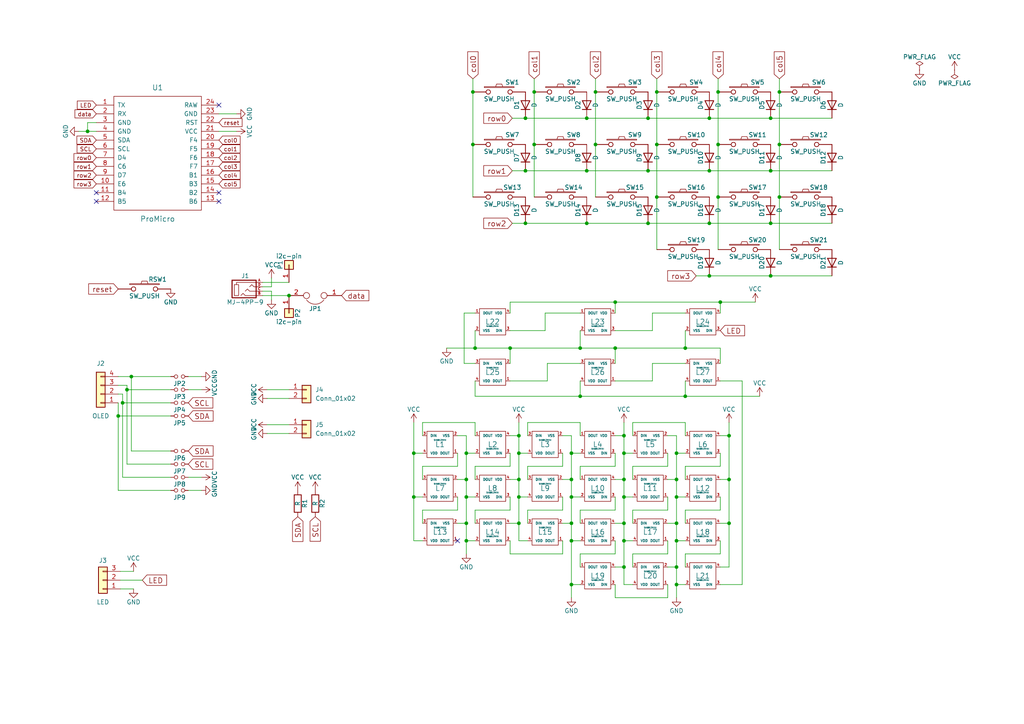
<source format=kicad_sch>
(kicad_sch (version 20230121) (generator eeschema)
  (paper "A4")
  (title_block (title "Corne Chocolate") (date "2018-11-16") (rev "2.0") (company "foostan"))
  (junction (at 205.74 34.29))
  (junction (at 165.735 144.145))
  (junction (at 120.015 144.145))
  (junction (at 170.18 64.77))
  (junction (at 205.74 80.01))
  (junction (at 226.06 26.67))
  (junction (at 196.215 169.545))
  (junction (at 211.455 139.065))
  (junction (at 36.83 113.03))
  (junction (at 172.72 26.67))
  (junction (at 25.4 38.1))
  (junction (at 208.28 26.67))
  (junction (at 154.94 41.91))
  (junction (at 198.755 114.935))
  (junction (at 198.755 100.965))
  (junction (at 211.455 151.765))
  (junction (at 152.4 34.29))
  (junction (at 35.56 116.84))
  (junction (at 196.215 131.445))
  (junction (at 180.975 144.145))
  (junction (at 165.735 169.545))
  (junction (at 150.495 144.145))
  (junction (at 196.215 151.765))
  (junction (at 178.435 87.63))
  (junction (at 208.28 57.15))
  (junction (at 180.975 139.065))
  (junction (at 152.4 64.77))
  (junction (at 165.735 139.065))
  (junction (at 135.255 151.765))
  (junction (at 150.495 139.065))
  (junction (at 120.015 131.445))
  (junction (at 135.255 144.145))
  (junction (at 150.495 151.765))
  (junction (at 135.255 156.845))
  (junction (at 208.28 41.91))
  (junction (at 168.275 100.965))
  (junction (at 137.16 41.91))
  (junction (at 187.96 49.53))
  (junction (at 226.06 57.15))
  (junction (at 180.975 156.845))
  (junction (at 135.255 139.065))
  (junction (at 196.215 164.465))
  (junction (at 187.96 34.29))
  (junction (at 190.5 26.67))
  (junction (at 165.735 131.445))
  (junction (at 190.5 57.15))
  (junction (at 211.455 126.365))
  (junction (at 137.16 26.67))
  (junction (at 147.955 100.965))
  (junction (at 152.4 49.53))
  (junction (at 196.215 156.845))
  (junction (at 168.275 114.935))
  (junction (at 180.975 131.445))
  (junction (at 34.29 120.65))
  (junction (at 165.735 151.765))
  (junction (at 223.52 49.53))
  (junction (at 165.735 156.845))
  (junction (at 196.215 139.065))
  (junction (at 223.52 80.01))
  (junction (at 170.18 49.53))
  (junction (at 223.52 34.29))
  (junction (at 38.1 109.22))
  (junction (at 180.975 151.765))
  (junction (at 205.74 64.77))
  (junction (at 137.795 100.965))
  (junction (at 154.94 26.67))
  (junction (at 187.96 64.77))
  (junction (at 170.18 34.29))
  (junction (at 196.215 144.145))
  (junction (at 226.06 41.91))
  (junction (at 150.495 131.445))
  (junction (at 208.915 87.63))
  (junction (at 223.52 64.77))
  (junction (at 190.5 41.91))
  (junction (at 180.975 126.365))
  (junction (at 135.255 131.445))
  (junction (at 83.82 85.725))
  (junction (at 178.435 100.965))
  (junction (at 205.74 49.53))
  (junction (at 150.495 126.365))
  (junction (at 180.975 164.465))
  (junction (at 172.72 41.91))
  (no_connect (at 27.94 55.88))
  (no_connect (at 63.5 30.48))
  (no_connect (at 132.715 156.845))
  (no_connect (at 27.94 58.42))
  (no_connect (at 63.5 58.42))
  (no_connect (at 63.5 55.88))
  (wire (pts (xy 190.5 41.91) (xy 190.5 57.15)))
  (wire (pts (xy 183.515 151.765) (xy 183.515 147.955)))
  (wire (pts (xy 208.915 151.765) (xy 211.455 151.765)))
  (wire (pts (xy 153.035 151.765) (xy 153.035 147.955)))
  (wire (pts (xy 183.515 122.555) (xy 183.515 126.365)))
  (wire (pts (xy 27.94 35.56) (xy 25.4 35.56)))
  (wire (pts (xy 34.29 109.22) (xy 38.1 109.22)))
  (wire (pts (xy 193.675 164.465) (xy 196.215 164.465)))
  (wire (pts (xy 49.53 116.84) (xy 35.56 116.84)))
  (wire (pts (xy 208.915 110.49) (xy 215.265 110.49)))
  (wire (pts (xy 168.275 156.845) (xy 165.735 156.845)))
  (wire (pts (xy 196.215 151.765) (xy 196.215 156.845)))
  (wire (pts (xy 137.16 26.67) (xy 137.16 41.91)))
  (wire (pts (xy 187.96 34.29) (xy 205.74 34.29)))
  (wire (pts (xy 208.915 135.255) (xy 208.915 131.445)))
  (wire (pts (xy 196.215 139.065) (xy 196.215 144.145)))
  (wire (pts (xy 54.61 138.43) (xy 58.42 138.43)))
  (wire (pts (xy 205.74 80.01) (xy 223.52 80.01)))
  (wire (pts (xy 226.06 57.15) (xy 226.06 72.39)))
  (wire (pts (xy 137.795 114.935) (xy 168.275 114.935)))
  (wire (pts (xy 134.62 105.41) (xy 137.795 105.41)))
  (wire (pts (xy 198.755 122.555) (xy 183.515 122.555)))
  (wire (pts (xy 153.035 147.955) (xy 163.195 147.955)))
  (wire (pts (xy 180.975 144.145) (xy 183.515 144.145)))
  (wire (pts (xy 77.47 125.73) (xy 83.82 125.73)))
  (wire (pts (xy 153.035 135.255) (xy 163.195 135.255)))
  (wire (pts (xy 170.18 64.77) (xy 187.96 64.77)))
  (wire (pts (xy 137.16 41.91) (xy 137.16 57.15)))
  (wire (pts (xy 147.955 87.63) (xy 178.435 87.63)))
  (wire (pts (xy 226.06 41.91) (xy 226.06 57.15)))
  (wire (pts (xy 132.715 147.955) (xy 132.715 144.145)))
  (wire (pts (xy 180.975 164.465) (xy 180.975 169.545)))
  (wire (pts (xy 178.435 87.63) (xy 208.915 87.63)))
  (wire (pts (xy 154.94 22.86) (xy 154.94 26.67)))
  (wire (pts (xy 178.435 151.765) (xy 180.975 151.765)))
  (wire (pts (xy 168.275 147.955) (xy 178.435 147.955)))
  (wire (pts (xy 54.61 113.03) (xy 58.42 113.03)))
  (wire (pts (xy 180.975 151.765) (xy 180.975 156.845)))
  (wire (pts (xy 49.53 120.65) (xy 34.29 120.65)))
  (wire (pts (xy 147.955 147.955) (xy 147.955 144.145)))
  (wire (pts (xy 63.5 33.02) (xy 68.58 33.02)))
  (wire (pts (xy 147.955 135.255) (xy 147.955 131.445)))
  (wire (pts (xy 180.975 156.845) (xy 180.975 164.465)))
  (wire (pts (xy 193.675 139.065) (xy 196.215 139.065)))
  (wire (pts (xy 147.955 151.765) (xy 150.495 151.765)))
  (wire (pts (xy 211.455 151.765) (xy 211.455 164.465)))
  (wire (pts (xy 208.915 126.365) (xy 211.455 126.365)))
  (wire (pts (xy 215.265 110.49) (xy 215.265 169.545)))
  (wire (pts (xy 168.275 100.965) (xy 178.435 100.965)))
  (wire (pts (xy 208.915 147.955) (xy 208.915 144.145)))
  (wire (pts (xy 147.955 126.365) (xy 150.495 126.365)))
  (wire (pts (xy 211.455 139.065) (xy 211.455 151.765)))
  (wire (pts (xy 63.5 38.1) (xy 68.58 38.1)))
  (wire (pts (xy 223.52 34.29) (xy 241.3 34.29)))
  (wire (pts (xy 180.975 122.555) (xy 180.975 126.365)))
  (wire (pts (xy 193.675 151.765) (xy 196.215 151.765)))
  (wire (pts (xy 36.83 111.76) (xy 36.83 113.03)))
  (wire (pts (xy 54.61 109.22) (xy 58.42 109.22)))
  (wire (pts (xy 193.675 173.355) (xy 178.435 173.355)))
  (wire (pts (xy 198.755 156.845) (xy 196.215 156.845)))
  (wire (pts (xy 180.975 156.845) (xy 183.515 156.845)))
  (wire (pts (xy 180.975 126.365) (xy 180.975 131.445)))
  (wire (pts (xy 189.23 105.41) (xy 198.755 105.41)))
  (wire (pts (xy 208.28 41.91) (xy 208.28 57.15)))
  (wire (pts (xy 223.52 64.77) (xy 241.3 64.77)))
  (wire (pts (xy 76.2 84.455) (xy 78.74 84.455)))
  (wire (pts (xy 34.29 114.3) (xy 35.56 114.3)))
  (wire (pts (xy 148.59 49.53) (xy 152.4 49.53)))
  (wire (pts (xy 120.015 131.445) (xy 120.015 144.145)))
  (wire (pts (xy 120.015 122.555) (xy 120.015 131.445)))
  (wire (pts (xy 178.435 147.955) (xy 178.435 144.145)))
  (wire (pts (xy 35.56 114.3) (xy 35.56 116.84)))
  (wire (pts (xy 183.515 164.465) (xy 183.515 160.655)))
  (wire (pts (xy 154.94 41.91) (xy 154.94 57.15)))
  (wire (pts (xy 198.755 135.255) (xy 208.915 135.255)))
  (wire (pts (xy 132.715 139.065) (xy 135.255 139.065)))
  (wire (pts (xy 198.755 126.365) (xy 198.755 122.555)))
  (wire (pts (xy 168.275 169.545) (xy 165.735 169.545)))
  (wire (pts (xy 178.435 164.465) (xy 180.975 164.465)))
  (wire (pts (xy 208.28 22.86) (xy 208.28 26.67)))
  (wire (pts (xy 168.275 131.445) (xy 165.735 131.445)))
  (wire (pts (xy 223.52 80.01) (xy 241.3 80.01)))
  (wire (pts (xy 187.96 64.77) (xy 205.74 64.77)))
  (wire (pts (xy 178.435 105.41) (xy 178.435 100.965)))
  (wire (pts (xy 190.5 57.15) (xy 190.5 72.39)))
  (wire (pts (xy 137.795 135.255) (xy 147.955 135.255)))
  (wire (pts (xy 76.2 83.185) (xy 78.74 83.185)))
  (wire (pts (xy 36.83 113.03) (xy 36.83 134.62)))
  (wire (pts (xy 76.2 81.915) (xy 83.82 81.915)))
  (wire (pts (xy 223.52 49.53) (xy 241.3 49.53)))
  (wire (pts (xy 193.675 169.545) (xy 193.675 173.355)))
  (wire (pts (xy 180.975 144.145) (xy 180.975 151.765)))
  (wire (pts (xy 163.195 139.065) (xy 165.735 139.065)))
  (wire (pts (xy 189.23 110.49) (xy 189.23 105.41)))
  (wire (pts (xy 147.955 90.805) (xy 147.955 87.63)))
  (wire (pts (xy 77.47 113.03) (xy 83.82 113.03)))
  (wire (pts (xy 150.495 156.845) (xy 153.035 156.845)))
  (wire (pts (xy 38.1 109.22) (xy 38.1 130.81)))
  (wire (pts (xy 137.795 151.765) (xy 137.795 147.955)))
  (wire (pts (xy 198.755 139.065) (xy 198.755 135.255)))
  (wire (pts (xy 198.755 131.445) (xy 196.215 131.445)))
  (wire (pts (xy 190.5 26.67) (xy 190.5 41.91)))
  (wire (pts (xy 172.72 22.86) (xy 172.72 26.67)))
  (wire (pts (xy 178.435 160.655) (xy 178.435 156.845)))
  (wire (pts (xy 183.515 139.065) (xy 183.515 135.255)))
  (wire (pts (xy 170.18 49.53) (xy 187.96 49.53)))
  (wire (pts (xy 158.75 105.41) (xy 168.275 105.41)))
  (wire (pts (xy 198.755 144.145) (xy 196.215 144.145)))
  (wire (pts (xy 226.06 22.86) (xy 226.06 26.67)))
  (wire (pts (xy 208.915 87.63) (xy 219.075 87.63)))
  (wire (pts (xy 135.255 151.765) (xy 135.255 156.845)))
  (wire (pts (xy 147.955 100.965) (xy 168.275 100.965)))
  (wire (pts (xy 196.215 131.445) (xy 196.215 139.065)))
  (wire (pts (xy 178.435 90.805) (xy 178.435 87.63)))
  (wire (pts (xy 153.035 144.145) (xy 150.495 144.145)))
  (wire (pts (xy 147.955 105.41) (xy 147.955 100.965)))
  (wire (pts (xy 180.975 139.065) (xy 180.975 144.145)))
  (wire (pts (xy 211.455 164.465) (xy 208.915 164.465)))
  (wire (pts (xy 178.435 135.255) (xy 178.435 131.445)))
  (wire (pts (xy 208.915 139.065) (xy 211.455 139.065)))
  (wire (pts (xy 208.915 100.965) (xy 208.915 105.41)))
  (wire (pts (xy 135.255 139.065) (xy 135.255 144.145)))
  (wire (pts (xy 165.735 126.365) (xy 165.735 131.445)))
  (wire (pts (xy 178.435 139.065) (xy 180.975 139.065)))
  (wire (pts (xy 180.975 131.445) (xy 180.975 139.065)))
  (wire (pts (xy 154.94 26.67) (xy 154.94 41.91)))
  (wire (pts (xy 137.795 147.955) (xy 147.955 147.955)))
  (wire (pts (xy 198.755 114.935) (xy 220.345 114.935)))
  (wire (pts (xy 187.96 49.53) (xy 205.74 49.53)))
  (wire (pts (xy 150.495 139.065) (xy 150.495 144.145)))
  (wire (pts (xy 137.795 139.065) (xy 137.795 135.255)))
  (wire (pts (xy 193.675 126.365) (xy 196.215 126.365)))
  (wire (pts (xy 34.29 116.84) (xy 34.29 120.65)))
  (wire (pts (xy 168.275 139.065) (xy 168.275 135.255)))
  (wire (pts (xy 163.195 156.845) (xy 163.195 160.655)))
  (wire (pts (xy 205.74 49.53) (xy 223.52 49.53)))
  (wire (pts (xy 38.1 109.22) (xy 49.53 109.22)))
  (wire (pts (xy 25.4 35.56) (xy 25.4 38.1)))
  (wire (pts (xy 137.795 110.49) (xy 137.795 114.935)))
  (wire (pts (xy 196.215 126.365) (xy 196.215 131.445)))
  (wire (pts (xy 208.915 160.655) (xy 208.915 156.845)))
  (wire (pts (xy 183.515 147.955) (xy 193.675 147.955)))
  (wire (pts (xy 150.495 144.145) (xy 150.495 151.765)))
  (wire (pts (xy 158.75 110.49) (xy 158.75 105.41)))
  (wire (pts (xy 201.93 80.01) (xy 205.74 80.01)))
  (wire (pts (xy 122.555 139.065) (xy 122.555 135.255)))
  (wire (pts (xy 135.255 131.445) (xy 135.255 139.065)))
  (wire (pts (xy 165.735 151.765) (xy 165.735 156.845)))
  (wire (pts (xy 158.115 90.805) (xy 158.115 95.885)))
  (wire (pts (xy 120.015 156.845) (xy 122.555 156.845)))
  (wire (pts (xy 135.255 126.365) (xy 135.255 131.445)))
  (wire (pts (xy 196.215 144.145) (xy 196.215 151.765)))
  (wire (pts (xy 215.265 169.545) (xy 208.915 169.545)))
  (wire (pts (xy 178.435 126.365) (xy 180.975 126.365)))
  (wire (pts (xy 190.5 22.86) (xy 190.5 26.67)))
  (wire (pts (xy 211.455 122.555) (xy 211.455 126.365)))
  (wire (pts (xy 208.28 57.15) (xy 208.28 72.39)))
  (wire (pts (xy 148.59 64.77) (xy 152.4 64.77)))
  (wire (pts (xy 168.275 126.365) (xy 168.275 122.555)))
  (wire (pts (xy 129.54 100.965) (xy 137.795 100.965)))
  (wire (pts (xy 198.755 90.805) (xy 189.23 90.805)))
  (wire (pts (xy 165.735 156.845) (xy 165.735 169.545)))
  (wire (pts (xy 137.795 100.965) (xy 147.955 100.965)))
  (wire (pts (xy 163.195 135.255) (xy 163.195 131.445)))
  (wire (pts (xy 120.015 144.145) (xy 120.015 156.845)))
  (wire (pts (xy 226.06 26.67) (xy 226.06 41.91)))
  (wire (pts (xy 183.515 160.655) (xy 193.675 160.655)))
  (wire (pts (xy 137.795 122.555) (xy 122.555 122.555)))
  (wire (pts (xy 168.275 135.255) (xy 178.435 135.255)))
  (wire (pts (xy 168.275 160.655) (xy 178.435 160.655)))
  (wire (pts (xy 170.18 34.29) (xy 187.96 34.29)))
  (wire (pts (xy 137.795 131.445) (xy 135.255 131.445)))
  (wire (pts (xy 165.735 131.445) (xy 165.735 139.065)))
  (wire (pts (xy 34.925 165.735) (xy 38.735 165.735)))
  (wire (pts (xy 77.47 115.57) (xy 83.82 115.57)))
  (wire (pts (xy 198.755 164.465) (xy 198.755 160.655)))
  (wire (pts (xy 172.72 41.91) (xy 172.72 57.15)))
  (wire (pts (xy 178.435 173.355) (xy 178.435 169.545)))
  (wire (pts (xy 153.035 131.445) (xy 150.495 131.445)))
  (wire (pts (xy 163.195 151.765) (xy 165.735 151.765)))
  (wire (pts (xy 76.2 85.725) (xy 83.82 85.725)))
  (wire (pts (xy 172.72 26.67) (xy 172.72 41.91)))
  (wire (pts (xy 77.47 123.19) (xy 83.82 123.19)))
  (wire (pts (xy 193.675 147.955) (xy 193.675 144.145)))
  (wire (pts (xy 168.275 164.465) (xy 168.275 160.655)))
  (wire (pts (xy 196.215 164.465) (xy 196.215 169.545)))
  (wire (pts (xy 158.115 95.885) (xy 147.955 95.885)))
  (wire (pts (xy 165.735 169.545) (xy 165.735 173.355)))
  (wire (pts (xy 196.215 169.545) (xy 196.215 173.355)))
  (wire (pts (xy 178.435 110.49) (xy 189.23 110.49)))
  (wire (pts (xy 150.495 151.765) (xy 150.495 156.845)))
  (wire (pts (xy 122.555 122.555) (xy 122.555 126.365)))
  (wire (pts (xy 49.53 113.03) (xy 36.83 113.03)))
  (wire (pts (xy 198.755 169.545) (xy 196.215 169.545)))
  (wire (pts (xy 165.735 139.065) (xy 165.735 144.145)))
  (wire (pts (xy 168.275 95.885) (xy 168.275 100.965)))
  (wire (pts (xy 198.755 151.765) (xy 198.755 147.955)))
  (wire (pts (xy 34.29 111.76) (xy 36.83 111.76)))
  (wire (pts (xy 205.74 64.77) (xy 223.52 64.77)))
  (wire (pts (xy 153.035 139.065) (xy 153.035 135.255)))
  (wire (pts (xy 152.4 34.29) (xy 170.18 34.29)))
  (wire (pts (xy 196.215 156.845) (xy 196.215 164.465)))
  (wire (pts (xy 178.435 100.965) (xy 198.755 100.965)))
  (wire (pts (xy 122.555 147.955) (xy 132.715 147.955)))
  (wire (pts (xy 137.795 90.805) (xy 134.62 90.805)))
  (wire (pts (xy 78.74 84.455) (xy 78.74 86.995)))
  (wire (pts (xy 150.495 126.365) (xy 150.495 131.445)))
  (wire (pts (xy 168.275 151.765) (xy 168.275 147.955)))
  (wire (pts (xy 34.29 142.24) (xy 49.53 142.24)))
  (wire (pts (xy 122.555 135.255) (xy 132.715 135.255)))
  (wire (pts (xy 22.86 38.1) (xy 25.4 38.1)))
  (wire (pts (xy 168.275 90.805) (xy 158.115 90.805)))
  (wire (pts (xy 135.255 144.145) (xy 135.255 151.765)))
  (wire (pts (xy 38.1 130.81) (xy 49.53 130.81)))
  (wire (pts (xy 148.59 34.29) (xy 152.4 34.29)))
  (wire (pts (xy 153.035 122.555) (xy 153.035 126.365)))
  (wire (pts (xy 163.195 147.955) (xy 163.195 144.145)))
  (wire (pts (xy 132.715 126.365) (xy 135.255 126.365)))
  (wire (pts (xy 152.4 49.53) (xy 170.18 49.53)))
  (wire (pts (xy 150.495 122.555) (xy 150.495 126.365)))
  (wire (pts (xy 168.275 110.49) (xy 168.275 114.935)))
  (wire (pts (xy 208.28 26.67) (xy 208.28 41.91)))
  (wire (pts (xy 180.975 131.445) (xy 183.515 131.445)))
  (wire (pts (xy 137.795 156.845) (xy 135.255 156.845)))
  (wire (pts (xy 208.915 90.805) (xy 208.915 87.63)))
  (wire (pts (xy 34.29 120.65) (xy 34.29 142.24)))
  (wire (pts (xy 54.61 142.24) (xy 58.42 142.24)))
  (wire (pts (xy 189.23 95.885) (xy 178.435 95.885)))
  (wire (pts (xy 137.795 144.145) (xy 135.255 144.145)))
  (wire (pts (xy 168.275 114.935) (xy 198.755 114.935)))
  (wire (pts (xy 137.16 22.86) (xy 137.16 26.67)))
  (wire (pts (xy 122.555 151.765) (xy 122.555 147.955)))
  (wire (pts (xy 135.255 156.845) (xy 135.255 160.655)))
  (wire (pts (xy 147.955 160.655) (xy 147.955 156.845)))
  (wire (pts (xy 34.925 168.275) (xy 41.275 168.275)))
  (wire (pts (xy 165.735 144.145) (xy 165.735 151.765)))
  (wire (pts (xy 198.755 147.955) (xy 208.915 147.955)))
  (wire (pts (xy 147.955 110.49) (xy 158.75 110.49)))
  (wire (pts (xy 193.675 135.255) (xy 193.675 131.445)))
  (wire (pts (xy 78.74 83.185) (xy 78.74 80.645)))
  (wire (pts (xy 137.795 95.885) (xy 137.795 100.965)))
  (wire (pts (xy 163.195 126.365) (xy 165.735 126.365)))
  (wire (pts (xy 150.495 131.445) (xy 150.495 139.065)))
  (wire (pts (xy 25.4 38.1) (xy 27.94 38.1)))
  (wire (pts (xy 122.555 144.145) (xy 120.015 144.145)))
  (wire (pts (xy 137.795 126.365) (xy 137.795 122.555)))
  (wire (pts (xy 205.74 34.29) (xy 223.52 34.29)))
  (wire (pts (xy 198.755 110.49) (xy 198.755 114.935)))
  (wire (pts (xy 198.755 95.885) (xy 198.755 100.965)))
  (wire (pts (xy 36.83 134.62) (xy 49.53 134.62)))
  (wire (pts (xy 183.515 135.255) (xy 193.675 135.255)))
  (wire (pts (xy 132.715 135.255) (xy 132.715 131.445)))
  (wire (pts (xy 198.755 100.965) (xy 208.915 100.965)))
  (wire (pts (xy 132.715 151.765) (xy 135.255 151.765)))
  (wire (pts (xy 134.62 90.805) (xy 134.62 105.41)))
  (wire (pts (xy 193.675 160.655) (xy 193.675 156.845)))
  (wire (pts (xy 163.195 160.655) (xy 147.955 160.655)))
  (wire (pts (xy 152.4 64.77) (xy 170.18 64.77)))
  (wire (pts (xy 168.275 122.555) (xy 153.035 122.555)))
  (wire (pts (xy 198.755 160.655) (xy 208.915 160.655)))
  (wire (pts (xy 147.955 139.065) (xy 150.495 139.065)))
  (wire (pts (xy 35.56 116.84) (xy 35.56 138.43)))
  (wire (pts (xy 211.455 126.365) (xy 211.455 139.065)))
  (wire (pts (xy 168.275 144.145) (xy 165.735 144.145)))
  (wire (pts (xy 34.925 170.815) (xy 38.735 170.815)))
  (wire (pts (xy 35.56 138.43) (xy 49.53 138.43)))
  (wire (pts (xy 189.23 90.805) (xy 189.23 95.885)))
  (wire (pts (xy 122.555 131.445) (xy 120.015 131.445)))
  (wire (pts (xy 180.975 169.545) (xy 183.515 169.545)))
  (global_label "row2" (shape input) (at 148.59 64.77 180) (effects (font (size 1.524 1.524))) (property "Intersheetrefs" "${INTERSHEET_REFS}" (effects hide)))
  (global_label "col5" (shape input) (at 63.5 53.34 0) (effects (font (size 1.1938 1.1938))) (property "Intersheetrefs" "${INTERSHEET_REFS}" (effects hide)))
  (global_label "SCL" (shape input) (at 91.44 149.86 270) (effects (font (size 1.524 1.524))) (property "Intersheetrefs" "${INTERSHEET_REFS}" (effects hide)))
  (global_label "data" (shape input) (at 27.94 33.02 180) (effects (font (size 1.1938 1.1938))) (property "Intersheetrefs" "${INTERSHEET_REFS}" (effects hide)))
  (global_label "row0" (shape input) (at 148.59 34.29 180) (effects (font (size 1.524 1.524))) (property "Intersheetrefs" "${INTERSHEET_REFS}" (effects hide)))
  (global_label "SDA" (shape input) (at 54.61 130.81 0) (effects (font (size 1.524 1.524))) (property "Intersheetrefs" "${INTERSHEET_REFS}" (effects hide)))
  (global_label "col4" (shape input) (at 208.28 22.86 90) (effects (font (size 1.524 1.524))) (property "Intersheetrefs" "${INTERSHEET_REFS}" (effects hide)))
  (global_label "SDA" (shape input) (at 54.61 120.65 0) (effects (font (size 1.524 1.524))) (property "Intersheetrefs" "${INTERSHEET_REFS}" (effects hide)))
  (global_label "col2" (shape input) (at 172.72 22.86 90) (effects (font (size 1.524 1.524))) (property "Intersheetrefs" "${INTERSHEET_REFS}" (effects hide)))
  (global_label "data" (shape input) (at 99.06 85.725 0) (effects (font (size 1.524 1.524))) (property "Intersheetrefs" "${INTERSHEET_REFS}" (effects hide)))
  (global_label "col5" (shape input) (at 226.06 22.86 90) (effects (font (size 1.524 1.524))) (property "Intersheetrefs" "${INTERSHEET_REFS}" (effects hide)))
  (global_label "reset" (shape input) (at 34.29 83.82 180) (effects (font (size 1.524 1.524))) (property "Intersheetrefs" "${INTERSHEET_REFS}" (effects hide)))
  (global_label "row2" (shape input) (at 27.94 50.8 180) (effects (font (size 1.1938 1.1938))) (property "Intersheetrefs" "${INTERSHEET_REFS}" (effects hide)))
  (global_label "col4" (shape input) (at 63.5 50.8 0) (effects (font (size 1.1938 1.1938))) (property "Intersheetrefs" "${INTERSHEET_REFS}" (effects hide)))
  (global_label "row3" (shape input) (at 27.94 53.34 180) (effects (font (size 1.1938 1.1938))) (property "Intersheetrefs" "${INTERSHEET_REFS}" (effects hide)))
  (global_label "row3" (shape input) (at 201.93 80.01 180) (effects (font (size 1.524 1.524))) (property "Intersheetrefs" "${INTERSHEET_REFS}" (effects hide)))
  (global_label "LED" (shape input) (at 27.94 30.48 180) (effects (font (size 1.1938 1.1938))) (property "Intersheetrefs" "${INTERSHEET_REFS}" (effects hide)))
  (global_label "SDA" (shape input) (at 86.36 149.86 270) (effects (font (size 1.524 1.524))) (property "Intersheetrefs" "${INTERSHEET_REFS}" (effects hide)))
  (global_label "col1" (shape input) (at 154.94 22.86 90) (effects (font (size 1.524 1.524))) (property "Intersheetrefs" "${INTERSHEET_REFS}" (effects hide)))
  (global_label "SCL" (shape input) (at 27.94 43.18 180) (effects (font (size 1.1938 1.1938))) (property "Intersheetrefs" "${INTERSHEET_REFS}" (effects hide)))
  (global_label "col0" (shape input) (at 137.16 22.86 90) (effects (font (size 1.524 1.524))) (property "Intersheetrefs" "${INTERSHEET_REFS}" (effects hide)))
  (global_label "SCL" (shape input) (at 54.61 116.84 0) (effects (font (size 1.524 1.524))) (property "Intersheetrefs" "${INTERSHEET_REFS}" (effects hide)))
  (global_label "col1" (shape input) (at 63.5 43.18 0) (effects (font (size 1.1938 1.1938))) (property "Intersheetrefs" "${INTERSHEET_REFS}" (effects hide)))
  (global_label "SCL" (shape input) (at 54.61 134.62 0) (effects (font (size 1.524 1.524))) (property "Intersheetrefs" "${INTERSHEET_REFS}" (effects hide)))
  (global_label "row1" (shape input) (at 148.59 49.53 180) (effects (font (size 1.524 1.524))) (property "Intersheetrefs" "${INTERSHEET_REFS}" (effects hide)))
  (global_label "reset" (shape input) (at 63.5 35.56 0) (effects (font (size 1.1938 1.1938))) (property "Intersheetrefs" "${INTERSHEET_REFS}" (effects hide)))
  (global_label "col3" (shape input) (at 63.5 48.26 0) (effects (font (size 1.1938 1.1938))) (property "Intersheetrefs" "${INTERSHEET_REFS}" (effects hide)))
  (global_label "col2" (shape input) (at 63.5 45.72 0) (effects (font (size 1.1938 1.1938))) (property "Intersheetrefs" "${INTERSHEET_REFS}" (effects hide)))
  (global_label "LED" (shape input) (at 208.915 95.885 0) (effects (font (size 1.524 1.524))) (property "Intersheetrefs" "${INTERSHEET_REFS}" (effects hide)))
  (global_label "col0" (shape input) (at 63.5 40.64 0) (effects (font (size 1.1938 1.1938))) (property "Intersheetrefs" "${INTERSHEET_REFS}" (effects hide)))
  (global_label "LED" (shape input) (at 41.275 168.275 0) (effects (font (size 1.524 1.524))) (property "Intersheetrefs" "${INTERSHEET_REFS}" (effects hide)))
  (global_label "SDA" (shape input) (at 27.94 40.64 180) (effects (font (size 1.1938 1.1938))) (property "Intersheetrefs" "${INTERSHEET_REFS}" (effects hide)))
  (global_label "row1" (shape input) (at 27.94 48.26 180) (effects (font (size 1.1938 1.1938))) (property "Intersheetrefs" "${INTERSHEET_REFS}" (effects hide)))
  (global_label "row0" (shape input) (at 27.94 45.72 180) (effects (font (size 1.1938 1.1938))) (property "Intersheetrefs" "${INTERSHEET_REFS}" (effects hide)))
  (global_label "col3" (shape input) (at 190.5 22.86 90) (effects (font (size 1.524 1.524))) (property "Intersheetrefs" "${INTERSHEET_REFS}" (effects hide)))
  (symbol (lib_id "corne-chocolate-rescue:ProMicro-kbd") (at 45.72 49.53 0) (unit 1)
    (property "Reference" "U1" (at 45.72 25.4 0) (effects (font (size 1.524 1.524))))
    (property "Value" "ProMicro" (at 45.72 63.5 0) (effects (font (size 1.524 1.524))))
    (property "Footprint" "kbd:ProMicro_v2" (effects hide))
  )
  (symbol (lib_id "corne-chocolate-rescue:SW_PUSH-kbd") (at 162.56 26.67 0) (unit 1)
    (property "Reference" "SW2" (at 166.37 23.876 0))
    (property "Value" "SW_PUSH" (at 162.56 28.702 0))
    (property "Footprint" "kbd:MX_ALPS_PG1350_noLed" (effects hide))
  )
  (symbol (lib_id "Device:D") (at 170.18 30.48 90) (unit 1)
    (property "Reference" "D2" (at 167.64 30.48 0))
    (property "Value" "D" (at 172.72 30.48 0))
    (property "Footprint" "kbd:D3_TH_SMD" (effects hide))
  )
  (symbol (lib_id "corne-chocolate-rescue:SW_PUSH-kbd") (at 180.34 26.67 0) (unit 1)
    (property "Reference" "SW3" (at 184.15 23.876 0))
    (property "Value" "SW_PUSH" (at 180.34 28.702 0))
    (property "Footprint" "kbd:MX_ALPS_PG1350_noLed" (effects hide))
  )
  (symbol (lib_id "Device:D") (at 187.96 30.48 90) (unit 1)
    (property "Reference" "D3" (at 185.42 30.48 0))
    (property "Value" "D" (at 190.5 30.48 0))
    (property "Footprint" "kbd:D3_TH_SMD" (effects hide))
  )
  (symbol (lib_id "corne-chocolate-rescue:SW_PUSH-kbd") (at 198.12 26.67 0) (unit 1)
    (property "Reference" "SW4" (at 201.93 23.876 0))
    (property "Value" "SW_PUSH" (at 198.12 28.702 0))
    (property "Footprint" "kbd:MX_ALPS_PG1350_noLed" (effects hide))
  )
  (symbol (lib_id "corne-chocolate-rescue:SW_PUSH-kbd") (at 215.9 26.67 0) (unit 1)
    (property "Reference" "SW5" (at 219.71 23.876 0))
    (property "Value" "SW_PUSH" (at 215.9 28.702 0))
    (property "Footprint" "kbd:MX_ALPS_PG1350_noLed" (effects hide))
  )
  (symbol (lib_id "corne-chocolate-rescue:SW_PUSH-kbd") (at 233.68 26.67 0) (unit 1)
    (property "Reference" "SW6" (at 237.49 23.876 0))
    (property "Value" "SW_PUSH" (at 233.68 28.702 0))
    (property "Footprint" "kbd:MX_ALPS_PG1350_noLed" (effects hide))
  )
  (symbol (lib_id "Device:D") (at 205.74 30.48 90) (unit 1)
    (property "Reference" "D4" (at 203.2 30.48 0))
    (property "Value" "D" (at 208.28 30.48 0))
    (property "Footprint" "kbd:D3_TH_SMD" (effects hide))
  )
  (symbol (lib_id "Device:D") (at 223.52 30.48 90) (unit 1)
    (property "Reference" "D5" (at 220.98 30.48 0))
    (property "Value" "D" (at 226.06 30.48 0))
    (property "Footprint" "kbd:D3_TH_SMD" (effects hide))
  )
  (symbol (lib_id "Device:D") (at 241.3 30.48 90) (unit 1)
    (property "Reference" "D6" (at 238.76 30.48 0))
    (property "Value" "D" (at 243.84 30.48 0))
    (property "Footprint" "kbd:D3_TH_SMD" (effects hide))
  )
  (symbol (lib_id "corne-chocolate-rescue:SW_PUSH-kbd") (at 144.78 26.67 0) (unit 1)
    (property "Reference" "SW1" (at 148.59 23.876 0))
    (property "Value" "SW_PUSH" (at 144.78 28.702 0))
    (property "Footprint" "kbd:MX_ALPS_PG1350_noLed" (effects hide))
  )
  (symbol (lib_id "Device:D") (at 152.4 30.48 90) (unit 1)
    (property "Reference" "D1" (at 149.86 30.48 0))
    (property "Value" "D" (at 154.94 30.48 0))
    (property "Footprint" "kbd:D3_TH_SMD" (effects hide))
  )
  (symbol (lib_id "corne-chocolate-rescue:SW_PUSH-kbd") (at 162.56 41.91 0) (unit 1)
    (property "Reference" "SW8" (at 166.37 39.116 0))
    (property "Value" "SW_PUSH" (at 162.56 43.942 0))
    (property "Footprint" "kbd:MX_ALPS_PG1350_noLed" (effects hide))
  )
  (symbol (lib_id "Device:D") (at 170.18 45.72 90) (unit 1)
    (property "Reference" "D8" (at 167.64 45.72 0))
    (property "Value" "D" (at 172.72 45.72 0))
    (property "Footprint" "kbd:D3_TH_SMD" (effects hide))
  )
  (symbol (lib_id "corne-chocolate-rescue:SW_PUSH-kbd") (at 180.34 41.91 0) (unit 1)
    (property "Reference" "SW9" (at 184.15 39.116 0))
    (property "Value" "SW_PUSH" (at 180.34 43.942 0))
    (property "Footprint" "kbd:MX_ALPS_PG1350_noLed" (effects hide))
  )
  (symbol (lib_id "Device:D") (at 187.96 45.72 90) (unit 1)
    (property "Reference" "D9" (at 185.42 45.72 0))
    (property "Value" "D" (at 190.5 45.72 0))
    (property "Footprint" "kbd:D3_TH_SMD" (effects hide))
  )
  (symbol (lib_id "corne-chocolate-rescue:SW_PUSH-kbd") (at 198.12 41.91 0) (unit 1)
    (property "Reference" "SW10" (at 201.93 39.116 0))
    (property "Value" "SW_PUSH" (at 198.12 43.942 0))
    (property "Footprint" "kbd:MX_ALPS_PG1350_noLed" (effects hide))
  )
  (symbol (lib_id "corne-chocolate-rescue:SW_PUSH-kbd") (at 215.9 41.91 0) (unit 1)
    (property "Reference" "SW11" (at 219.71 39.116 0))
    (property "Value" "SW_PUSH" (at 215.9 43.942 0))
    (property "Footprint" "kbd:MX_ALPS_PG1350_noLed" (effects hide))
  )
  (symbol (lib_id "corne-chocolate-rescue:SW_PUSH-kbd") (at 233.68 41.91 0) (unit 1)
    (property "Reference" "SW12" (at 237.49 39.116 0))
    (property "Value" "SW_PUSH" (at 233.68 43.942 0))
    (property "Footprint" "kbd:MX_ALPS_PG1350_noLed" (effects hide))
  )
  (symbol (lib_id "Device:D") (at 205.74 45.72 90) (unit 1)
    (property "Reference" "D10" (at 203.2 45.72 0))
    (property "Value" "D" (at 208.28 45.72 0))
    (property "Footprint" "kbd:D3_TH_SMD" (effects hide))
  )
  (symbol (lib_id "Device:D") (at 223.52 45.72 90) (unit 1)
    (property "Reference" "D11" (at 220.98 45.72 0))
    (property "Value" "D" (at 226.06 45.72 0))
    (property "Footprint" "kbd:D3_TH_SMD" (effects hide))
  )
  (symbol (lib_id "Device:D") (at 241.3 45.72 90) (unit 1)
    (property "Reference" "D12" (at 238.76 45.72 0))
    (property "Value" "D" (at 243.84 45.72 0))
    (property "Footprint" "kbd:D3_TH_SMD" (effects hide))
  )
  (symbol (lib_id "corne-chocolate-rescue:SW_PUSH-kbd") (at 144.78 41.91 0) (unit 1)
    (property "Reference" "SW7" (at 148.59 39.116 0))
    (property "Value" "SW_PUSH" (at 144.78 43.942 0))
    (property "Footprint" "kbd:MX_ALPS_PG1350_noLed" (effects hide))
  )
  (symbol (lib_id "Device:D") (at 152.4 45.72 90) (unit 1)
    (property "Reference" "D7" (at 149.86 45.72 0))
    (property "Value" "D" (at 154.94 45.72 0))
    (property "Footprint" "kbd:D3_TH_SMD" (effects hide))
  )
  (symbol (lib_id "corne-chocolate-rescue:SW_PUSH-kbd") (at 162.56 57.15 0) (unit 1)
    (property "Reference" "SW14" (at 166.37 54.356 0))
    (property "Value" "SW_PUSH" (at 162.56 59.182 0))
    (property "Footprint" "kbd:MX_ALPS_PG1350_noLed" (effects hide))
  )
  (symbol (lib_id "Device:D") (at 170.18 60.96 90) (unit 1)
    (property "Reference" "D14" (at 167.64 60.96 0))
    (property "Value" "D" (at 172.72 60.96 0))
    (property "Footprint" "kbd:D3_TH_SMD" (effects hide))
  )
  (symbol (lib_id "corne-chocolate-rescue:SW_PUSH-kbd") (at 180.34 57.15 0) (unit 1)
    (property "Reference" "SW15" (at 184.15 54.356 0))
    (property "Value" "SW_PUSH" (at 180.34 59.182 0))
    (property "Footprint" "kbd:MX_ALPS_PG1350_noLed" (effects hide))
  )
  (symbol (lib_id "Device:D") (at 187.96 60.96 90) (unit 1)
    (property "Reference" "D15" (at 185.42 60.96 0))
    (property "Value" "D" (at 190.5 60.96 0))
    (property "Footprint" "kbd:D3_TH_SMD" (effects hide))
  )
  (symbol (lib_id "corne-chocolate-rescue:SW_PUSH-kbd") (at 198.12 57.15 0) (unit 1)
    (property "Reference" "SW16" (at 201.93 54.356 0))
    (property "Value" "SW_PUSH" (at 198.12 59.182 0))
    (property "Footprint" "kbd:MX_ALPS_PG1350_noLed" (effects hide))
  )
  (symbol (lib_id "corne-chocolate-rescue:SW_PUSH-kbd") (at 215.9 57.15 0) (unit 1)
    (property "Reference" "SW17" (at 219.71 54.356 0))
    (property "Value" "SW_PUSH" (at 215.9 59.182 0))
    (property "Footprint" "kbd:MX_ALPS_PG1350_noLed" (effects hide))
  )
  (symbol (lib_id "corne-chocolate-rescue:SW_PUSH-kbd") (at 233.68 57.15 0) (unit 1)
    (property "Reference" "SW18" (at 237.49 54.356 0))
    (property "Value" "SW_PUSH" (at 233.68 59.182 0))
    (property "Footprint" "kbd:MX_ALPS_PG1350_noLed" (effects hide))
  )
  (symbol (lib_id "Device:D") (at 205.74 60.96 90) (unit 1)
    (property "Reference" "D16" (at 203.2 60.96 0))
    (property "Value" "D" (at 208.28 60.96 0))
    (property "Footprint" "kbd:D3_TH_SMD" (effects hide))
  )
  (symbol (lib_id "Device:D") (at 223.52 60.96 90) (unit 1)
    (property "Reference" "D17" (at 220.98 60.96 0))
    (property "Value" "D" (at 226.06 60.96 0))
    (property "Footprint" "kbd:D3_TH_SMD" (effects hide))
  )
  (symbol (lib_id "Device:D") (at 241.3 60.96 90) (unit 1)
    (property "Reference" "D18" (at 238.76 60.96 0))
    (property "Value" "D" (at 243.84 60.96 0))
    (property "Footprint" "kbd:D3_TH_SMD" (effects hide))
  )
  (symbol (lib_id "corne-chocolate-rescue:SW_PUSH-kbd") (at 144.78 57.15 0) (unit 1)
    (property "Reference" "SW13" (at 148.59 54.356 0))
    (property "Value" "SW_PUSH" (at 144.78 59.182 0))
    (property "Footprint" "kbd:MX_ALPS_PG1350_noLed" (effects hide))
  )
  (symbol (lib_id "Device:D") (at 152.4 60.96 90) (unit 1)
    (property "Reference" "D13" (at 149.86 60.96 0))
    (property "Value" "D" (at 154.94 60.96 0))
    (property "Footprint" "kbd:D3_TH_SMD" (effects hide))
  )
  (symbol (lib_id "corne-chocolate-rescue:SW_PUSH-kbd") (at 215.9 72.39 0) (unit 1)
    (property "Reference" "SW20" (at 219.71 69.596 0))
    (property "Value" "SW_PUSH" (at 215.9 74.422 0))
    (property "Footprint" "kbd:MX_ALPS_PG1350_noLed" (effects hide))
  )
  (symbol (lib_id "Device:D") (at 223.52 76.2 90) (unit 1)
    (property "Reference" "D20" (at 220.98 76.2 0))
    (property "Value" "D" (at 226.06 76.2 0))
    (property "Footprint" "kbd:D3_TH_SMD" (effects hide))
  )
  (symbol (lib_id "corne-chocolate-rescue:SW_PUSH-kbd") (at 233.68 72.39 0) (unit 1)
    (property "Reference" "SW21" (at 237.49 69.596 0))
    (property "Value" "SW_PUSH" (at 233.68 74.422 0))
    (property "Footprint" "kbd:MX_ALPS_PG1350_noLed_1.75u" (effects hide))
  )
  (symbol (lib_id "Device:D") (at 241.3 76.2 90) (unit 1)
    (property "Reference" "D21" (at 238.76 76.2 0))
    (property "Value" "D" (at 243.84 76.2 0))
    (property "Footprint" "kbd:D3_TH_SMD" (effects hide))
  )
  (symbol (lib_id "corne-chocolate-rescue:SW_PUSH-kbd") (at 198.12 72.39 0) (unit 1)
    (property "Reference" "SW19" (at 201.93 69.596 0))
    (property "Value" "SW_PUSH" (at 198.12 74.422 0))
    (property "Footprint" "kbd:MX_ALPS_PG1350_noLed" (effects hide))
  )
  (symbol (lib_id "Device:D") (at 205.74 76.2 90) (unit 1)
    (property "Reference" "D19" (at 203.2 76.2 0))
    (property "Value" "D" (at 208.28 76.2 0))
    (property "Footprint" "kbd:D3_TH_SMD" (effects hide))
  )
  (symbol (lib_id "power:GND") (at 68.58 33.02 90) (unit 1)
    (property "Reference" "#PWR01" (effects hide))
    (property "Value" "GND" (at 72.39 33.02 0))
  )
  (symbol (lib_id "power:VCC") (at 68.58 38.1 270) (unit 1)
    (property "Reference" "#PWR023" (effects hide))
    (property "Value" "VCC" (at 72.39 38.1 0))
  )
  (symbol (lib_id "power:GND") (at 22.86 38.1 270) (unit 1)
    (property "Reference" "#PWR02" (effects hide))
    (property "Value" "GND" (at 19.05 38.1 0))
  )
  (symbol (lib_id "power:GND") (at 266.7 20.32 0) (unit 1)
    (property "Reference" "#PWR03" (effects hide))
    (property "Value" "GND" (at 266.7 24.13 0))
  )
  (symbol (lib_id "power:VCC") (at 276.86 20.32 0) (unit 1)
    (property "Reference" "#PWR04" (effects hide))
    (property "Value" "VCC" (at 276.86 16.51 0))
  )
  (symbol (lib_id "power:PWR_FLAG") (at 276.86 20.32 180) (unit 1)
    (property "Reference" "#FLG05" (effects hide))
    (property "Value" "PWR_FLAG" (at 276.86 24.13 0))
  )
  (symbol (lib_id "power:PWR_FLAG") (at 266.7 20.32 0) (unit 1)
    (property "Reference" "#FLG06" (effects hide))
    (property "Value" "PWR_FLAG" (at 266.7 16.51 0))
  )
  (symbol (lib_id "corne-chocolate-rescue:SW_PUSH-kbd") (at 41.91 83.82 0) (unit 1)
    (property "Reference" "RSW1" (at 45.72 81.026 0))
    (property "Value" "SW_PUSH" (at 41.91 85.852 0))
    (property "Footprint" "kbd:ResetSW" (effects hide))
  )
  (symbol (lib_id "power:GND") (at 49.53 83.82 0) (unit 1)
    (property "Reference" "#PWR07" (effects hide))
    (property "Value" "GND" (at 49.53 87.63 0))
  )
  (symbol (lib_id "corne-chocolate-rescue:Jumper-Device") (at 91.44 85.725 180) (unit 1)
    (property "Reference" "JP1" (at 91.44 89.535 0))
    (property "Value" " " (at 91.44 83.693 0))
    (property "Footprint" "kbd:JPC2" (effects hide))
  )
  (symbol (lib_id "power:VCC") (at 78.74 80.645 0) (unit 1)
    (property "Reference" "#PWR08" (effects hide))
    (property "Value" "VCC" (at 78.74 76.835 0))
  )
  (symbol (lib_id "power:GND") (at 78.74 86.995 0) (unit 1)
    (property "Reference" "#PWR09" (effects hide))
    (property "Value" "GND" (at 78.74 90.805 0))
  )
  (symbol (lib_id "corne-chocolate-rescue:SK6812MINI-kbd") (at 142.875 128.905 0) (unit 1)
    (property "Reference" "L2" (at 142.875 128.905 0) (effects (font (size 1.4986 1.4986))))
    (property "Value" "SK6812MINI" (at 142.875 130.175 0) (effects (font (size 0.4064 0.4064))))
    (property "Footprint" "kbd:SK6812MINI_rev" (effects hide))
  )
  (symbol (lib_id "corne-chocolate-rescue:SK6812MINI-kbd") (at 158.115 128.905 180) (unit 1)
    (property "Reference" "L3" (at 158.115 128.905 0) (effects (font (size 1.4986 1.4986))))
    (property "Value" "SK6812MINI" (at 158.115 127.635 0) (effects (font (size 0.4064 0.4064))))
    (property "Footprint" "kbd:SK6812MINI_rev" (effects hide))
  )
  (symbol (lib_id "corne-chocolate-rescue:SK6812MINI-kbd") (at 173.355 128.905 0) (unit 1)
    (property "Reference" "L4" (at 173.355 128.905 0) (effects (font (size 1.4986 1.4986))))
    (property "Value" "SK6812MINI" (at 173.355 130.175 0) (effects (font (size 0.4064 0.4064))))
    (property "Footprint" "kbd:SK6812MINI_rev" (effects hide))
  )
  (symbol (lib_id "corne-chocolate-rescue:SK6812MINI-kbd") (at 188.595 128.905 180) (unit 1)
    (property "Reference" "L5" (at 188.595 128.905 0) (effects (font (size 1.4986 1.4986))))
    (property "Value" "SK6812MINI" (at 188.595 127.635 0) (effects (font (size 0.4064 0.4064))))
    (property "Footprint" "kbd:SK6812MINI_rev" (effects hide))
  )
  (symbol (lib_id "corne-chocolate-rescue:SK6812MINI-kbd") (at 203.835 128.905 0) (unit 1)
    (property "Reference" "L6" (at 203.835 128.905 0) (effects (font (size 1.4986 1.4986))))
    (property "Value" "SK6812MINI" (at 203.835 130.175 0) (effects (font (size 0.4064 0.4064))))
    (property "Footprint" "kbd:SK6812MINI_rev" (effects hide))
  )
  (symbol (lib_id "corne-chocolate-rescue:SK6812MINI-kbd") (at 127.635 128.905 180) (unit 1)
    (property "Reference" "L1" (at 127.635 128.905 0) (effects (font (size 1.4986 1.4986))))
    (property "Value" "SK6812MINI" (at 127.635 127.635 0) (effects (font (size 0.4064 0.4064))))
    (property "Footprint" "kbd:SK6812MINI_rev" (effects hide))
  )
  (symbol (lib_id "corne-chocolate-rescue:SK6812MINI-kbd") (at 142.875 141.605 0) (unit 1)
    (property "Reference" "L8" (at 142.875 141.605 0) (effects (font (size 1.4986 1.4986))))
    (property "Value" "SK6812MINI" (at 142.875 142.875 0) (effects (font (size 0.4064 0.4064))))
    (property "Footprint" "kbd:SK6812MINI_rev" (effects hide))
  )
  (symbol (lib_id "corne-chocolate-rescue:SK6812MINI-kbd") (at 158.115 141.605 180) (unit 1)
    (property "Reference" "L9" (at 158.115 141.605 0) (effects (font (size 1.4986 1.4986))))
    (property "Value" "SK6812MINI" (at 158.115 140.335 0) (effects (font (size 0.4064 0.4064))))
    (property "Footprint" "kbd:SK6812MINI_rev" (effects hide))
  )
  (symbol (lib_id "corne-chocolate-rescue:SK6812MINI-kbd") (at 173.355 141.605 0) (unit 1)
    (property "Reference" "L10" (at 173.355 141.605 0) (effects (font (size 1.4986 1.4986))))
    (property "Value" "SK6812MINI" (at 173.355 142.875 0) (effects (font (size 0.4064 0.4064))))
    (property "Footprint" "kbd:SK6812MINI_rev" (effects hide))
  )
  (symbol (lib_id "corne-chocolate-rescue:SK6812MINI-kbd") (at 188.595 141.605 180) (unit 1)
    (property "Reference" "L11" (at 188.595 141.605 0) (effects (font (size 1.4986 1.4986))))
    (property "Value" "SK6812MINI" (at 188.595 140.335 0) (effects (font (size 0.4064 0.4064))))
    (property "Footprint" "kbd:SK6812MINI_rev" (effects hide))
  )
  (symbol (lib_id "corne-chocolate-rescue:SK6812MINI-kbd") (at 203.835 141.605 0) (unit 1)
    (property "Reference" "L12" (at 203.835 141.605 0) (effects (font (size 1.4986 1.4986))))
    (property "Value" "SK6812MINI" (at 203.835 142.875 0) (effects (font (size 0.4064 0.4064))))
    (property "Footprint" "kbd:SK6812MINI_rev" (effects hide))
  )
  (symbol (lib_id "corne-chocolate-rescue:SK6812MINI-kbd") (at 127.635 141.605 180) (unit 1)
    (property "Reference" "L7" (at 127.635 141.605 0) (effects (font (size 1.4986 1.4986))))
    (property "Value" "SK6812MINI" (at 127.635 140.335 0) (effects (font (size 0.4064 0.4064))))
    (property "Footprint" "kbd:SK6812MINI_rev" (effects hide))
  )
  (symbol (lib_id "corne-chocolate-rescue:SK6812MINI-kbd") (at 142.875 154.305 0) (unit 1)
    (property "Reference" "L14" (at 142.875 154.305 0) (effects (font (size 1.4986 1.4986))))
    (property "Value" "SK6812MINI" (at 142.875 155.575 0) (effects (font (size 0.4064 0.4064))))
    (property "Footprint" "kbd:SK6812MINI_rev" (effects hide))
  )
  (symbol (lib_id "corne-chocolate-rescue:SK6812MINI-kbd") (at 158.115 154.305 180) (unit 1)
    (property "Reference" "L15" (at 158.115 154.305 0) (effects (font (size 1.4986 1.4986))))
    (property "Value" "SK6812MINI" (at 158.115 153.035 0) (effects (font (size 0.4064 0.4064))))
    (property "Footprint" "kbd:SK6812MINI_rev" (effects hide))
  )
  (symbol (lib_id "corne-chocolate-rescue:SK6812MINI-kbd") (at 173.355 154.305 0) (unit 1)
    (property "Reference" "L16" (at 173.355 154.305 0) (effects (font (size 1.4986 1.4986))))
    (property "Value" "SK6812MINI" (at 173.355 155.575 0) (effects (font (size 0.4064 0.4064))))
    (property "Footprint" "kbd:SK6812MINI_rev" (effects hide))
  )
  (symbol (lib_id "corne-chocolate-rescue:SK6812MINI-kbd") (at 188.595 154.305 180) (unit 1)
    (property "Reference" "L17" (at 188.595 154.305 0) (effects (font (size 1.4986 1.4986))))
    (property "Value" "SK6812MINI" (at 188.595 153.035 0) (effects (font (size 0.4064 0.4064))))
    (property "Footprint" "kbd:SK6812MINI_rev" (effects hide))
  )
  (symbol (lib_id "corne-chocolate-rescue:SK6812MINI-kbd") (at 203.835 154.305 0) (unit 1)
    (property "Reference" "L18" (at 203.835 154.305 0) (effects (font (size 1.4986 1.4986))))
    (property "Value" "SK6812MINI" (at 203.835 155.575 0) (effects (font (size 0.4064 0.4064))))
    (property "Footprint" "kbd:SK6812MINI_rev" (effects hide))
  )
  (symbol (lib_id "corne-chocolate-rescue:SK6812MINI-kbd") (at 127.635 154.305 180) (unit 1)
    (property "Reference" "L13" (at 127.635 154.305 0) (effects (font (size 1.4986 1.4986))))
    (property "Value" "SK6812MINI" (at 127.635 153.035 0) (effects (font (size 0.4064 0.4064))))
    (property "Footprint" "kbd:SK6812MINI_rev" (effects hide))
  )
  (symbol (lib_id "corne-chocolate-rescue:SK6812MINI-kbd") (at 188.595 167.005 180) (unit 1)
    (property "Reference" "L20" (at 188.595 167.005 0) (effects (font (size 1.4986 1.4986))))
    (property "Value" "SK6812MINI" (at 188.595 165.735 0) (effects (font (size 0.4064 0.4064))))
    (property "Footprint" "kbd:SK6812MINI_rev" (effects hide))
  )
  (symbol (lib_id "corne-chocolate-rescue:SK6812MINI-kbd") (at 203.835 167.005 0) (unit 1)
    (property "Reference" "L21" (at 203.835 167.005 0) (effects (font (size 1.4986 1.4986))))
    (property "Value" "SK6812MINI" (at 203.835 168.275 0) (effects (font (size 0.4064 0.4064))))
    (property "Footprint" "kbd:SK6812MINI_rev" (effects hide))
  )
  (symbol (lib_id "corne-chocolate-rescue:SK6812MINI-kbd") (at 173.355 167.005 0) (unit 1)
    (property "Reference" "L19" (at 173.355 167.005 0) (effects (font (size 1.4986 1.4986))))
    (property "Value" "SK6812MINI" (at 173.355 168.275 0) (effects (font (size 0.4064 0.4064))))
    (property "Footprint" "kbd:SK6812MINI_rev" (effects hide))
  )
  (symbol (lib_id "Connector_Generic:Conn_01x04") (at 29.21 114.3 180) (unit 1)
    (property "Reference" "J2" (at 29.21 105.41 0))
    (property "Value" "OLED" (at 29.21 120.65 0))
    (property "Footprint" "kbd:OLED" (effects hide))
  )
  (symbol (lib_id "corne-chocolate-rescue:Jumper_NO_Small-Device") (at 52.07 109.22 180) (unit 1)
    (property "Reference" "JP2" (at 52.07 111.252 0))
    (property "Value" " " (at 51.816 107.696 0))
    (property "Footprint" "kbd:Jumper" (effects hide))
  )
  (symbol (lib_id "corne-chocolate-rescue:Jumper_NO_Small-Device") (at 52.07 113.03 180) (unit 1)
    (property "Reference" "JP3" (at 52.07 115.062 0))
    (property "Value" " " (at 51.816 111.506 0))
    (property "Footprint" "kbd:Jumper" (effects hide))
  )
  (symbol (lib_id "corne-chocolate-rescue:Jumper_NO_Small-Device") (at 52.07 116.84 180) (unit 1)
    (property "Reference" "JP4" (at 52.07 118.872 0))
    (property "Value" " " (at 51.816 115.316 0))
    (property "Footprint" "kbd:Jumper" (effects hide))
  )
  (symbol (lib_id "corne-chocolate-rescue:Jumper_NO_Small-Device") (at 52.07 120.65 180) (unit 1)
    (property "Reference" "JP5" (at 52.07 122.682 0))
    (property "Value" " " (at 51.816 119.126 0))
    (property "Footprint" "kbd:Jumper" (effects hide))
  )
  (symbol (lib_id "corne-chocolate-rescue:Jumper_NO_Small-Device") (at 52.07 130.81 180) (unit 1)
    (property "Reference" "JP6" (at 52.07 132.842 0))
    (property "Value" " " (at 51.816 129.286 0))
    (property "Footprint" "kbd:Jumper" (effects hide))
  )
  (symbol (lib_id "corne-chocolate-rescue:Jumper_NO_Small-Device") (at 52.07 134.62 180) (unit 1)
    (property "Reference" "JP7" (at 52.07 136.652 0))
    (property "Value" " " (at 51.816 133.096 0))
    (property "Footprint" "kbd:Jumper" (effects hide))
  )
  (symbol (lib_id "corne-chocolate-rescue:Jumper_NO_Small-Device") (at 52.07 138.43 180) (unit 1)
    (property "Reference" "JP8" (at 52.07 140.462 0))
    (property "Value" " " (at 51.816 136.906 0))
    (property "Footprint" "kbd:Jumper" (effects hide))
  )
  (symbol (lib_id "corne-chocolate-rescue:Jumper_NO_Small-Device") (at 52.07 142.24 180) (unit 1)
    (property "Reference" "JP9" (at 52.07 144.272 0))
    (property "Value" " " (at 51.816 140.716 0))
    (property "Footprint" "kbd:Jumper" (effects hide))
  )
  (symbol (lib_id "power:GND") (at 58.42 109.22 90) (unit 1)
    (property "Reference" "#PWR010" (effects hide))
    (property "Value" "GND" (at 62.23 109.22 0))
  )
  (symbol (lib_id "power:GND") (at 58.42 142.24 90) (unit 1)
    (property "Reference" "#PWR011" (effects hide))
    (property "Value" "GND" (at 62.23 142.24 0))
  )
  (symbol (lib_id "power:VCC") (at 58.42 113.03 270) (unit 1)
    (property "Reference" "#PWR012" (effects hide))
    (property "Value" "VCC" (at 62.23 113.03 0))
  )
  (symbol (lib_id "power:VCC") (at 58.42 138.43 270) (unit 1)
    (property "Reference" "#PWR013" (effects hide))
    (property "Value" "VCC" (at 62.23 138.43 0))
  )
  (symbol (lib_id "power:VCC") (at 211.455 122.555 0) (unit 1)
    (property "Reference" "#PWR014" (effects hide))
    (property "Value" "VCC" (at 211.455 118.745 0))
  )
  (symbol (lib_id "power:VCC") (at 180.975 122.555 0) (unit 1)
    (property "Reference" "#PWR015" (effects hide))
    (property "Value" "VCC" (at 180.975 118.745 0))
  )
  (symbol (lib_id "power:VCC") (at 150.495 122.555 0) (unit 1)
    (property "Reference" "#PWR016" (effects hide))
    (property "Value" "VCC" (at 150.495 118.745 0))
  )
  (symbol (lib_id "power:VCC") (at 120.015 122.555 0) (unit 1)
    (property "Reference" "#PWR017" (effects hide))
    (property "Value" "VCC" (at 120.015 118.745 0))
  )
  (symbol (lib_id "power:GND") (at 196.215 173.355 0) (unit 1)
    (property "Reference" "#PWR018" (effects hide))
    (property "Value" "GND" (at 196.215 177.165 0))
  )
  (symbol (lib_id "power:GND") (at 165.735 173.355 0) (unit 1)
    (property "Reference" "#PWR019" (effects hide))
    (property "Value" "GND" (at 165.735 177.165 0))
  )
  (symbol (lib_id "power:GND") (at 135.255 160.655 0) (unit 1)
    (property "Reference" "#PWR020" (effects hide))
    (property "Value" "GND" (at 135.255 164.465 0))
  )
  (symbol (lib_id "Device:R") (at 86.36 146.05 0) (unit 1)
    (property "Reference" "R1" (at 88.392 146.05 90))
    (property "Value" "R" (at 86.36 146.05 90))
    (property "Footprint" "kbd:R" (effects hide))
  )
  (symbol (lib_id "Device:R") (at 91.44 146.05 0) (unit 1)
    (property "Reference" "R2" (at 93.472 146.05 90))
    (property "Value" "R" (at 91.44 146.05 90))
    (property "Footprint" "kbd:R" (effects hide))
  )
  (symbol (lib_id "power:VCC") (at 86.36 142.24 0) (unit 1)
    (property "Reference" "#PWR021" (effects hide))
    (property "Value" "VCC" (at 86.36 138.43 0))
  )
  (symbol (lib_id "power:VCC") (at 91.44 142.24 0) (unit 1)
    (property "Reference" "#PWR022" (effects hide))
    (property "Value" "VCC" (at 91.44 138.43 0))
  )
  (symbol (lib_id "Connector_Generic:Conn_01x03") (at 29.845 168.275 180) (unit 1)
    (property "Reference" "J3" (at 29.845 162.56 0))
    (property "Value" "LED" (at 29.845 174.625 0))
    (property "Footprint" "kbd:StripLED_rev" (effects hide))
  )
  (symbol (lib_id "power:VCC") (at 38.735 165.735 0) (unit 1)
    (property "Reference" "#PWR024" (effects hide))
    (property "Value" "VCC" (at 38.735 161.925 0))
  )
  (symbol (lib_id "power:GND") (at 38.735 170.815 0) (unit 1)
    (property "Reference" "#PWR025" (effects hide))
    (property "Value" "GND" (at 38.735 174.625 0))
  )
  (symbol (lib_id "corne-chocolate-rescue:MJ-4PP-9-kbd") (at 71.12 83.82 0) (unit 1)
    (property "Reference" "J1" (at 71.12 80.01 0))
    (property "Value" "MJ-4PP-9" (at 71.12 87.63 0))
    (property "Footprint" "kbd:MJ-4PP-9" (effects hide))
  )
  (symbol (lib_id "Connector_Generic:Conn_01x01") (at 83.82 90.805 270) (unit 1)
    (property "Reference" "P2" (at 86.36 90.805 0))
    (property "Value" "i2c-pin" (at 83.82 93.345 90))
    (property "Footprint" "kbd:1pin_conn" (effects hide))
  )
  (symbol (lib_id "Connector_Generic:Conn_01x01") (at 83.82 76.835 90) (unit 1)
    (property "Reference" "P1" (at 81.28 76.835 0))
    (property "Value" "i2c-pin" (at 83.82 74.295 90))
    (property "Footprint" "kbd:1pin_conn" (effects hide))
  )
  (symbol (lib_id "corne-chocolate-rescue:SK6812MINI-kbd") (at 203.835 93.345 0) (unit 1)
    (property "Reference" "L24" (at 203.835 93.345 0) (effects (font (size 1.4986 1.4986))))
    (property "Value" "SK6812MINI" (at 203.835 94.615 0) (effects (font (size 0.4064 0.4064))))
    (property "Footprint" "kbd:SK6812MINI_underglow" (effects hide))
  )
  (symbol (lib_id "corne-chocolate-rescue:SK6812MINI-kbd") (at 173.355 93.345 0) (unit 1)
    (property "Reference" "L23" (at 173.355 93.345 0) (effects (font (size 1.4986 1.4986))))
    (property "Value" "SK6812MINI" (at 173.355 94.615 0) (effects (font (size 0.4064 0.4064))))
    (property "Footprint" "kbd:SK6812MINI_underglow" (effects hide))
  )
  (symbol (lib_id "corne-chocolate-rescue:SK6812MINI-kbd") (at 142.875 93.345 0) (unit 1)
    (property "Reference" "L22" (at 142.875 93.345 0) (effects (font (size 1.4986 1.4986))))
    (property "Value" "SK6812MINI" (at 142.875 94.615 0) (effects (font (size 0.4064 0.4064))))
    (property "Footprint" "kbd:SK6812MINI_underglow" (effects hide))
  )
  (symbol (lib_id "corne-chocolate-rescue:SK6812MINI-kbd") (at 203.835 107.95 180) (unit 1)
    (property "Reference" "L27" (at 203.835 107.95 0) (effects (font (size 1.4986 1.4986))))
    (property "Value" "SK6812MINI" (at 203.835 106.68 0) (effects (font (size 0.4064 0.4064))))
    (property "Footprint" "kbd:SK6812MINI_underglow" (effects hide))
  )
  (symbol (lib_id "corne-chocolate-rescue:SK6812MINI-kbd") (at 173.355 107.95 180) (unit 1)
    (property "Reference" "L26" (at 173.355 107.95 0) (effects (font (size 1.4986 1.4986))))
    (property "Value" "SK6812MINI" (at 173.355 106.68 0) (effects (font (size 0.4064 0.4064))))
    (property "Footprint" "kbd:SK6812MINI_underglow" (effects hide))
  )
  (symbol (lib_id "corne-chocolate-rescue:SK6812MINI-kbd") (at 142.875 107.95 180) (unit 1)
    (property "Reference" "L25" (at 142.875 107.95 0) (effects (font (size 1.4986 1.4986))))
    (property "Value" "SK6812MINI" (at 142.875 106.68 0) (effects (font (size 0.4064 0.4064))))
    (property "Footprint" "kbd:SK6812MINI_underglow" (effects hide))
  )
  (symbol (lib_id "power:VCC") (at 219.075 87.63 0) (unit 1)
    (property "Reference" "#PWR026" (effects hide))
    (property "Value" "VCC" (at 219.075 83.82 0))
  )
  (symbol (lib_id "power:VCC") (at 220.345 114.935 0) (unit 1)
    (property "Reference" "#PWR027" (effects hide))
    (property "Value" "VCC" (at 220.345 111.125 0))
  )
  (symbol (lib_id "power:GND") (at 129.54 100.965 0) (unit 1)
    (property "Reference" "#PWR028" (effects hide))
    (property "Value" "GND" (at 129.54 104.775 0))
  )
  (symbol (lib_id "Connector_Generic:Conn_01x02") (at 88.9 113.03 0) (unit 1)
    (property "Reference" "J4" (at 91.44 113.03 0) (effects (justify left)))
    (property "Value" "Conn_01x02" (at 91.44 115.57 0) (effects (justify left)))
    (property "Footprint" "Connector_JST:JST_PH_S2B-PH-K_1x02_P2.00mm_Horizontal" (effects hide))
  )
  (symbol (lib_id "power:VCC") (at 77.47 113.03 90) (unit 1)
    (property "Reference" "#PWR06" (effects hide))
    (property "Value" "VCC" (at 73.66 113.03 0))
  )
  (symbol (lib_id "Connector_Generic:Conn_01x02") (at 88.9 123.19 0) (unit 1)
    (property "Reference" "J5" (at 91.44 123.19 0) (effects (justify left)))
    (property "Value" "Conn_01x02" (at 91.44 125.73 0) (effects (justify left)))
    (property "Footprint" "Connector_JST:JST_PH_S2B-PH-K_1x02_P2.00mm_Horizontal" (effects hide))
  )
  (symbol (lib_id "power:GND") (at 77.47 125.73 270) (unit 1)
    (property "Reference" "#PWR030" (effects hide))
    (property "Value" "GND" (at 73.66 125.73 0))
  )
  (symbol (lib_id "power:GND") (at 77.47 115.57 270) (unit 1)
    (property "Reference" "#PWR05" (effects hide))
    (property "Value" "GND" (at 73.66 115.57 0))
  )
  (symbol (lib_id "power:VCC") (at 77.47 123.19 90) (unit 1)
    (property "Reference" "#PWR029" (effects hide))
    (property "Value" "VCC" (at 73.66 123.19 0))
  )
)
</source>
